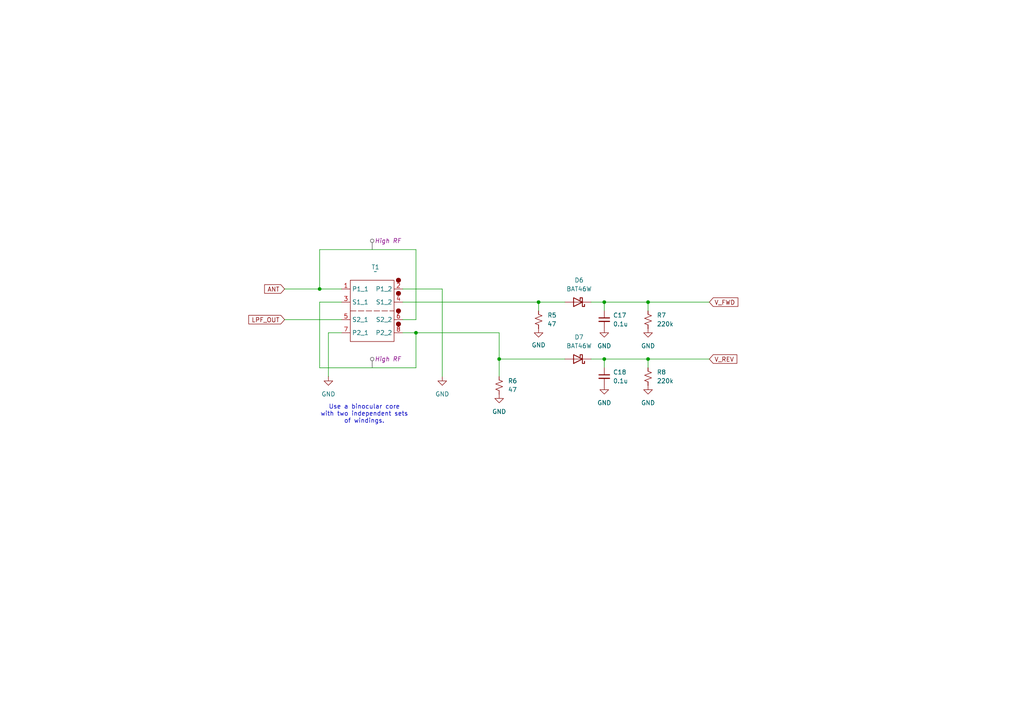
<source format=kicad_sch>
(kicad_sch (version 20231120) (generator "eeschema") (generator_version "8.0")
  (paper "A4")
  (lib_symbols
    (symbol "Device:C_Small" (pin_numbers hide) (pin_names (offset 0.254) hide)
      (property "Reference" "C" (at 0.254 1.778 0))
      (property "Value" "C_Small" (at 0.254 -2.032 0))
      (symbol "C_Small_0_1"
        (polyline (pts (xy -1.524 -0.508) (xy 1.524 -0.508)) (stroke (width 0.3302)))
        (polyline (pts (xy -1.524 0.508) (xy 1.524 0.508)) (stroke (width 0.3048)))
      )
      (symbol "C_Small_1_1"
        (pin passive line (at 0 2.54 270) (length 2.032) (name "~") (number "1"))
        (pin passive line (at 0 -2.54 90) (length 2.032) (name "~") (number "2"))
      )
    )
    (symbol "Device:R_Small_US" (pin_numbers hide) (pin_names (offset 0.254) hide)
      (property "Reference" "R" (at 0.762 0.508 0))
      (property "Value" "R_Small_US" (at 0.762 -1.016 0))
      (symbol "R_Small_US_1_1"
        (polyline (pts (xy 0 0) (xy 1.016 -0.381) (xy 0 -0.762) (xy -1.016 -1.143) (xy 0 -1.524)))
        (polyline (pts (xy 0 1.524) (xy 1.016 1.143) (xy 0 0.762) (xy -1.016 0.381) (xy 0 0)))
        (pin passive line (at 0 2.54 270) (length 1.016) (name "~") (number "1"))
        (pin passive line (at 0 -2.54 90) (length 1.016) (name "~") (number "2"))
      )
    )
    (symbol "power:GND" (power) (pin_numbers hide) (pin_names (offset 0) hide)
      (property "Value" "GND" (at 0 -3.81 0))
      (symbol "GND_0_1"
        (polyline (pts (xy 0 0) (xy 0 -1.27) (xy 1.27 -1.27) (xy 0 -2.54) (xy -1.27 -1.27) (xy 0 -1.27)))
      )
      (symbol "GND_1_1"
        (pin power_in line (at 0 0 270) (length 0) (name "~") (number "1"))
      )
    )
    (symbol "symbol-library-1:BAT46W" (pin_numbers hide) (pin_names (offset 1.016) hide)
      (property "Reference" "D" (at 0 2.54 0))
      (property "Value" "BAT46W" (at 0 -2.54 0))
      (symbol "BAT46W_0_1"
        (polyline (pts (xy 1.27 0) (xy -1.27 0)))
        (polyline (pts (xy 1.27 1.27) (xy 1.27 -1.27) (xy -1.27 0) (xy 1.27 1.27)) (stroke (width 0.254)))
        (polyline (pts (xy -1.905 0.635) (xy -1.905 1.27) (xy -1.27 1.27) (xy -1.27 -1.27) (xy -0.635 -1.27) (xy -0.635 -0.635)) (stroke (width 0.254)))
      )
      (symbol "BAT46W_1_1"
        (pin passive line (at -3.81 0 0) (length 2.54) (name "K") (number "1"))
        (pin passive line (at 3.81 0 180) (length 2.54) (name "A") (number "2"))
      )
    )
    (symbol "symbol-library-1:Stockton_Transformer"
      (property "Reference" "T" (at -6.604 9.652 0))
      (symbol "Stockton_Transformer_1_0"
        (pin input line (at -15.24 5.08 0) (length 2.54) (name "P1_1") (number "1"))
        (pin input line (at 2.54 5.08 180) (length 2.54) (name "P1_2") (number "2"))
        (pin input line (at -15.24 1.27 0) (length 2.54) (name "S1_1") (number "3"))
        (pin input line (at 2.54 1.27 180) (length 2.54) (name "S1_2") (number "4"))
        (pin input line (at -15.24 -3.81 0) (length 2.54) (name "S2_1") (number "5"))
        (pin input line (at 2.54 -3.81 180) (length 2.54) (name "S2_2") (number "6"))
        (pin input line (at -15.24 -7.62 0) (length 2.54) (name "P2_1") (number "7"))
        (pin input line (at 2.54 -7.62 180) (length 2.54) (name "P2_2") (number "8"))
      )
      (symbol "Stockton_Transformer_1_1"
        (rectangle (start -12.7 7.62) (end 0 -10.16))
        (polyline (pts (xy -12.7 -1.27) (xy 0 -1.27)) (stroke (width 0) (type dash)))
        (circle (center 1.27 -5.08) (radius 0.635) (fill (type outline)))
        (circle (center 1.27 -1.27) (radius 0.635) (fill (type outline)))
        (circle (center 1.27 3.81) (radius 0.635) (fill (type outline)))
        (circle (center 1.27 7.62) (radius 0.635) (fill (type outline)))
      )
    )
  )
  (junction (at 120.65 96.52))
  (junction (at 187.96 104.14))
  (junction (at 175.26 87.63))
  (junction (at 187.96 87.63))
  (junction (at 156.21 87.63))
  (junction (at 175.26 104.14))
  (junction (at 92.71 83.82))
  (junction (at 144.78 104.14))
  (wire (pts (xy 175.26 104.14) (xy 175.26 106.68)))
  (wire (pts (xy 116.84 96.52) (xy 120.65 96.52)))
  (wire (pts (xy 120.65 72.39) (xy 92.71 72.39)))
  (wire (pts (xy 187.96 104.14) (xy 205.74 104.14)))
  (wire (pts (xy 120.65 106.68) (xy 92.71 106.68)))
  (wire (pts (xy 171.45 104.14) (xy 175.26 104.14)))
  (wire (pts (xy 187.96 87.63) (xy 187.96 90.17)))
  (wire (pts (xy 175.26 87.63) (xy 175.26 90.17)))
  (wire (pts (xy 116.84 83.82) (xy 128.27 83.82)))
  (wire (pts (xy 175.26 104.14) (xy 187.96 104.14)))
  (wire (pts (xy 95.25 96.52) (xy 95.25 109.22)))
  (wire (pts (xy 156.21 87.63) (xy 156.21 90.17)))
  (wire (pts (xy 144.78 104.14) (xy 163.83 104.14)))
  (wire (pts (xy 92.71 106.68) (xy 92.71 87.63)))
  (wire (pts (xy 116.84 92.71) (xy 120.65 92.71)))
  (wire (pts (xy 187.96 87.63) (xy 205.74 87.63)))
  (wire (pts (xy 99.06 96.52) (xy 95.25 96.52)))
  (wire (pts (xy 156.21 87.63) (xy 163.83 87.63)))
  (wire (pts (xy 82.55 83.82) (xy 92.71 83.82)))
  (wire (pts (xy 92.71 83.82) (xy 99.06 83.82)))
  (wire (pts (xy 144.78 96.52) (xy 144.78 104.14)))
  (wire (pts (xy 82.55 92.71) (xy 99.06 92.71)))
  (wire (pts (xy 120.65 96.52) (xy 144.78 96.52)))
  (wire (pts (xy 120.65 92.71) (xy 120.65 72.39)))
  (wire (pts (xy 144.78 104.14) (xy 144.78 109.22)))
  (wire (pts (xy 175.26 87.63) (xy 187.96 87.63)))
  (wire (pts (xy 92.71 72.39) (xy 92.71 83.82)))
  (wire (pts (xy 116.84 87.63) (xy 156.21 87.63)))
  (wire (pts (xy 120.65 96.52) (xy 120.65 106.68)))
  (wire (pts (xy 128.27 83.82) (xy 128.27 109.22)))
  (wire (pts (xy 171.45 87.63) (xy 175.26 87.63)))
  (wire (pts (xy 187.96 104.14) (xy 187.96 106.68)))
  (wire (pts (xy 92.71 87.63) (xy 99.06 87.63)))
  (text "Use a binocular core\nwith two independent sets\nof windings." (at 105.664 120.142 0) (effects (font (size 1.27 1.27))))
  (global_label "V_REV" (shape input) (at 205.74 104.14 0) (property "Intersheetrefs" "${INTERSHEET_REFS}" (effects (hide yes))))
  (global_label "ANT" (shape input) (at 82.55 83.82 180) (property "Intersheetrefs" "${INTERSHEET_REFS}" (effects (hide yes))))
  (global_label "LPF_OUT" (shape input) (at 82.55 92.71 180) (property "Intersheetrefs" "${INTERSHEET_REFS}" (effects (hide yes))))
  (global_label "V_FWD" (shape input) (at 205.74 87.63 0) (property "Intersheetrefs" "${INTERSHEET_REFS}" (effects (hide yes))))
  (netclass_flag "" (length 2.54) (shape round) (at 107.95 72.39 0) (property "Netclass" "High RF" (at 108.6485 69.85 0) (effects (font (italic yes)) (justify left))))
  (netclass_flag "" (length 2.54) (shape round) (at 107.95 106.68 0) (property "Netclass" "High RF" (at 108.6485 104.14 0) (effects (font (italic yes)) (justify left))))
  (symbol (lib_id "Device:R_Small_US") (at 187.96 109.22 0) (unit 1)
    (property "Reference" "R8" (at 190.5 107.9499 0) (effects (justify left)))
    (property "Value" "220k" (at 190.5 110.4899 0) (effects (justify left)))
    (property "Footprint" "Resistor_SMD:R_0805_2012Metric_Pad1.20x1.40mm_HandSolder" (effects (hide yes)))
    (property "Description" "Resistor, small US symbol" (effects (hide yes)))
  )
  (symbol (lib_id "Device:R_Small_US") (at 156.21 92.71 0) (unit 1)
    (property "Reference" "R5" (at 158.75 91.4399 0) (effects (justify left)))
    (property "Value" "47" (at 158.75 93.9799 0) (effects (justify left)))
    (property "Footprint" "Resistor_SMD:R_0805_2012Metric_Pad1.20x1.40mm_HandSolder" (effects (hide yes)))
    (property "Description" "Resistor, small US symbol" (effects (hide yes)))
  )
  (symbol (lib_id "power:GND") (at 175.26 111.76 0) (unit 1)
    (property "Reference" "#PWR024" (effects (hide yes)))
    (property "Value" "GND" (at 175.26 116.84 0))
    (property "Description" "Power symbol creates a global label with name \"GND\" , ground" (effects (hide yes)))
  )
  (symbol (lib_id "power:GND") (at 128.27 109.22 0) (unit 1)
    (property "Reference" "#PWR019" (effects (hide yes)))
    (property "Value" "GND" (at 128.27 114.3 0))
    (property "Description" "Power symbol creates a global label with name \"GND\" , ground" (effects (hide yes)))
  )
  (symbol (lib_id "Device:R_Small_US") (at 144.78 111.76 0) (unit 1)
    (property "Reference" "R6" (at 147.32 110.4899 0) (effects (justify left)))
    (property "Value" "47" (at 147.32 113.0299 0) (effects (justify left)))
    (property "Footprint" "Resistor_SMD:R_0805_2012Metric_Pad1.20x1.40mm_HandSolder" (effects (hide yes)))
    (property "Description" "Resistor, small US symbol" (effects (hide yes)))
  )
  (symbol (lib_id "Device:C_Small") (at 175.26 92.71 0) (unit 1)
    (property "Reference" "C17" (at 177.8 91.4462 0) (effects (justify left)))
    (property "Value" "0.1u" (at 177.8 93.9862 0) (effects (justify left)))
    (property "Footprint" "Capacitor_SMD:C_0805_2012Metric_Pad1.18x1.45mm_HandSolder" (effects (hide yes)))
    (property "Description" "Unpolarized capacitor, small symbol" (effects (hide yes)))
  )
  (symbol (lib_id "power:GND") (at 187.96 111.76 0) (unit 1)
    (property "Reference" "#PWR026" (effects (hide yes)))
    (property "Value" "GND" (at 187.96 116.84 0))
    (property "Description" "Power symbol creates a global label with name \"GND\" , ground" (effects (hide yes)))
  )
  (symbol (lib_id "symbol-library-1:BAT46W") (at 167.64 87.63 180) (unit 1)
    (property "Reference" "D6" (at 167.9575 81.28 0))
    (property "Value" "BAT46W" (at 167.9575 83.82 0))
    (property "Footprint" "Diode_SMD:D_SOD-123" (effects (hide yes)))
    (property "Datasheet" "http://www.vishay.com/docs/85662/bat46.pdf" (effects (hide yes)))
    (property "Description" "100V 0.15A Small Signal Schottky Diode, DO-35" (effects (hide yes)))
  )
  (symbol (lib_id "symbol-library-1:BAT46W") (at 167.64 104.14 180) (unit 1)
    (property "Reference" "D7" (at 167.9575 97.79 0))
    (property "Value" "BAT46W" (at 167.9575 100.33 0))
    (property "Footprint" "Diode_SMD:D_SOD-123" (effects (hide yes)))
    (property "Datasheet" "http://www.vishay.com/docs/85662/bat46.pdf" (effects (hide yes)))
    (property "Description" "100V 0.15A Small Signal Schottky Diode, DO-35" (effects (hide yes)))
  )
  (symbol (lib_id "power:GND") (at 95.25 109.22 0) (unit 1)
    (property "Reference" "#PWR021" (effects (hide yes)))
    (property "Value" "GND" (at 95.25 114.3 0))
    (property "Description" "Power symbol creates a global label with name \"GND\" , ground" (effects (hide yes)))
  )
  (symbol (lib_id "power:GND") (at 187.96 95.25 0) (unit 1)
    (property "Reference" "#PWR025" (effects (hide yes)))
    (property "Value" "GND" (at 187.96 100.33 0))
    (property "Description" "Power symbol creates a global label with name \"GND\" , ground" (effects (hide yes)))
  )
  (symbol (lib_id "power:GND") (at 175.26 95.25 0) (unit 1)
    (property "Reference" "#PWR023" (effects (hide yes)))
    (property "Value" "GND" (at 175.26 100.33 0))
    (property "Description" "Power symbol creates a global label with name \"GND\" , ground" (effects (hide yes)))
  )
  (symbol (lib_id "Device:C_Small") (at 175.26 109.22 0) (unit 1)
    (property "Reference" "C18" (at 177.8 107.9562 0) (effects (justify left)))
    (property "Value" "0.1u" (at 177.8 110.4962 0) (effects (justify left)))
    (property "Footprint" "Capacitor_SMD:C_0805_2012Metric_Pad1.18x1.45mm_HandSolder" (effects (hide yes)))
    (property "Description" "Unpolarized capacitor, small symbol" (effects (hide yes)))
  )
  (symbol (lib_id "Device:R_Small_US") (at 187.96 92.71 0) (unit 1)
    (property "Reference" "R7" (at 190.5 91.4399 0) (effects (justify left)))
    (property "Value" "220k" (at 190.5 93.9799 0) (effects (justify left)))
    (property "Footprint" "Resistor_SMD:R_0805_2012Metric_Pad1.20x1.40mm_HandSolder" (effects (hide yes)))
    (property "Description" "Resistor, small US symbol" (effects (hide yes)))
  )
  (symbol (lib_id "power:GND") (at 156.21 95.25 0) (unit 1)
    (property "Reference" "#PWR020" (effects (hide yes)))
    (property "Value" "GND" (at 156.21 100.076 0))
    (property "Description" "Power symbol creates a global label with name \"GND\" , ground" (effects (hide yes)))
  )
  (symbol (lib_id "power:GND") (at 144.78 114.3 0) (unit 1)
    (property "Reference" "#PWR022" (effects (hide yes)))
    (property "Value" "GND" (at 144.78 119.38 0))
    (property "Description" "Power symbol creates a global label with name \"GND\" , ground" (effects (hide yes)))
  )
  (symbol (lib_id "symbol-library-1:Stockton_Transformer") (at 114.3 88.9 0) (unit 1)
    (property "Reference" "T1" (at 108.9025 77.47 0))
    (property "Value" "~" (at 108.9025 78.74 0))
    (property "Footprint" "bruce-footprints:Dual Transformer 1" (effects (hide yes)))
  )
)
</source>
